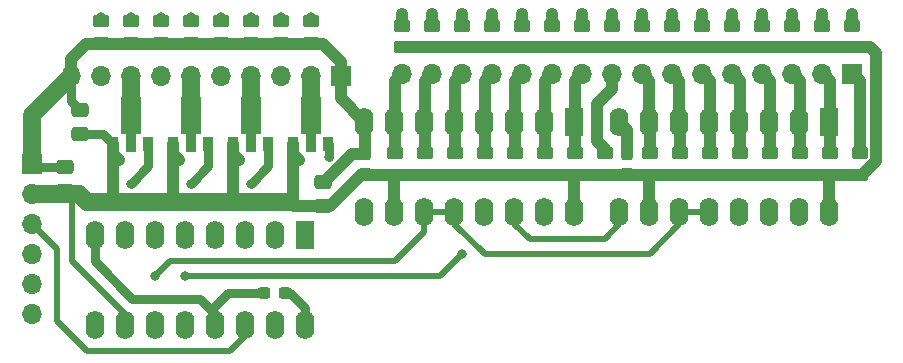
<source format=gbr>
%TF.GenerationSoftware,KiCad,Pcbnew,(7.0.0)*%
%TF.CreationDate,2023-09-21T15:04:23+02:00*%
%TF.ProjectId,hall_sensor_matrix_v2,68616c6c-5f73-4656-9e73-6f725f6d6174,rev?*%
%TF.SameCoordinates,Original*%
%TF.FileFunction,Copper,L2,Bot*%
%TF.FilePolarity,Positive*%
%FSLAX46Y46*%
G04 Gerber Fmt 4.6, Leading zero omitted, Abs format (unit mm)*
G04 Created by KiCad (PCBNEW (7.0.0)) date 2023-09-21 15:04:23*
%MOMM*%
%LPD*%
G01*
G04 APERTURE LIST*
G04 Aperture macros list*
%AMRoundRect*
0 Rectangle with rounded corners*
0 $1 Rounding radius*
0 $2 $3 $4 $5 $6 $7 $8 $9 X,Y pos of 4 corners*
0 Add a 4 corners polygon primitive as box body*
4,1,4,$2,$3,$4,$5,$6,$7,$8,$9,$2,$3,0*
0 Add four circle primitives for the rounded corners*
1,1,$1+$1,$2,$3*
1,1,$1+$1,$4,$5*
1,1,$1+$1,$6,$7*
1,1,$1+$1,$8,$9*
0 Add four rect primitives between the rounded corners*
20,1,$1+$1,$2,$3,$4,$5,0*
20,1,$1+$1,$4,$5,$6,$7,0*
20,1,$1+$1,$6,$7,$8,$9,0*
20,1,$1+$1,$8,$9,$2,$3,0*%
%AMFreePoly0*
4,1,9,3.862500,-0.866500,0.737500,-0.866500,0.737500,-0.450000,-0.737500,-0.450000,-0.737500,0.450000,0.737500,0.450000,0.737500,0.866500,3.862500,0.866500,3.862500,-0.866500,3.862500,-0.866500,$1*%
G04 Aperture macros list end*
%TA.AperFunction,ComponentPad*%
%ADD10R,1.600000X2.400000*%
%TD*%
%TA.AperFunction,ComponentPad*%
%ADD11O,1.600000X2.400000*%
%TD*%
%TA.AperFunction,ComponentPad*%
%ADD12R,1.700000X1.700000*%
%TD*%
%TA.AperFunction,ComponentPad*%
%ADD13O,1.700000X1.700000*%
%TD*%
%TA.AperFunction,SMDPad,CuDef*%
%ADD14RoundRect,0.237500X0.237500X-0.300000X0.237500X0.300000X-0.237500X0.300000X-0.237500X-0.300000X0*%
%TD*%
%TA.AperFunction,SMDPad,CuDef*%
%ADD15RoundRect,0.250000X0.450000X-0.262500X0.450000X0.262500X-0.450000X0.262500X-0.450000X-0.262500X0*%
%TD*%
%TA.AperFunction,SMDPad,CuDef*%
%ADD16RoundRect,0.250000X-0.450000X0.262500X-0.450000X-0.262500X0.450000X-0.262500X0.450000X0.262500X0*%
%TD*%
%TA.AperFunction,SMDPad,CuDef*%
%ADD17RoundRect,0.250000X0.475000X-0.337500X0.475000X0.337500X-0.475000X0.337500X-0.475000X-0.337500X0*%
%TD*%
%TA.AperFunction,SMDPad,CuDef*%
%ADD18R,0.900000X1.300000*%
%TD*%
%TA.AperFunction,SMDPad,CuDef*%
%ADD19FreePoly0,90.000000*%
%TD*%
%TA.AperFunction,SMDPad,CuDef*%
%ADD20RoundRect,0.237500X0.300000X0.237500X-0.300000X0.237500X-0.300000X-0.237500X0.300000X-0.237500X0*%
%TD*%
%TA.AperFunction,ViaPad*%
%ADD21C,0.800000*%
%TD*%
%TA.AperFunction,Conductor*%
%ADD22C,1.000000*%
%TD*%
%TA.AperFunction,Conductor*%
%ADD23C,0.500000*%
%TD*%
%TA.AperFunction,Conductor*%
%ADD24C,0.800000*%
%TD*%
%TA.AperFunction,Conductor*%
%ADD25C,1.500000*%
%TD*%
G04 APERTURE END LIST*
D10*
%TO.P,U1,1,QB*%
%TO.N,/d_C1*%
X98199999Y-105931499D03*
D11*
%TO.P,U1,2,QC*%
%TO.N,/d_C2*%
X95659999Y-105931499D03*
%TO.P,U1,3,QD*%
%TO.N,/d_C3*%
X93119999Y-105931499D03*
%TO.P,U1,4,QE*%
%TO.N,/d_C4*%
X90579999Y-105931499D03*
%TO.P,U1,5,QF*%
%TO.N,/d_C5*%
X88039999Y-105931499D03*
%TO.P,U1,6,QG*%
%TO.N,/d_C6*%
X85499999Y-105931499D03*
%TO.P,U1,7,QH*%
%TO.N,/d_C7*%
X82959999Y-105931499D03*
%TO.P,U1,8,GND*%
%TO.N,GND*%
X80419999Y-105931499D03*
%TO.P,U1,9,QHser*%
%TO.N,/Din_o*%
X80419999Y-113551499D03*
%TO.P,U1,10,~{SCLR}*%
%TO.N,+5V*%
X82959999Y-113551499D03*
%TO.P,U1,11,SCLK*%
%TO.N,/CLK*%
X85499999Y-113551499D03*
%TO.P,U1,12,RCLK*%
%TO.N,/Latch*%
X88039999Y-113551499D03*
%TO.P,U1,13,~{G}*%
%TO.N,GND*%
X90579999Y-113551499D03*
%TO.P,U1,14,SER*%
%TO.N,/Din*%
X93119999Y-113551499D03*
%TO.P,U1,15,QA*%
%TO.N,/d_C0*%
X95659999Y-113551499D03*
%TO.P,U1,16,VCC*%
%TO.N,+5V*%
X98199999Y-113551499D03*
%TD*%
D12*
%TO.P,J3,1,Pin_1*%
%TO.N,/R0*%
X144554999Y-92299999D03*
D13*
%TO.P,J3,2,Pin_2*%
%TO.N,/R1*%
X142014999Y-92299999D03*
%TO.P,J3,3,Pin_3*%
%TO.N,/R2*%
X139474999Y-92299999D03*
%TO.P,J3,4,Pin_4*%
%TO.N,/R3*%
X136934999Y-92299999D03*
%TO.P,J3,5,Pin_5*%
%TO.N,/R4*%
X134394999Y-92299999D03*
%TO.P,J3,6,Pin_6*%
%TO.N,/R5*%
X131854999Y-92299999D03*
%TO.P,J3,7,Pin_7*%
%TO.N,/R6*%
X129314999Y-92299999D03*
%TO.P,J3,8,Pin_8*%
%TO.N,/R7*%
X126774999Y-92299999D03*
%TO.P,J3,9,Pin_9*%
%TO.N,/R8*%
X124234999Y-92299999D03*
%TO.P,J3,10,Pin_10*%
%TO.N,/R9*%
X121694999Y-92299999D03*
%TO.P,J3,11,Pin_11*%
%TO.N,/R10*%
X119154999Y-92299999D03*
%TO.P,J3,12,Pin_12*%
%TO.N,/R11*%
X116614999Y-92299999D03*
%TO.P,J3,13,Pin_13*%
%TO.N,/R12*%
X114074999Y-92299999D03*
%TO.P,J3,14,Pin_14*%
%TO.N,/R13*%
X111534999Y-92299999D03*
%TO.P,J3,15,Pin_15*%
%TO.N,/R14*%
X108994999Y-92299999D03*
%TO.P,J3,16,Pin_16*%
%TO.N,/R15*%
X106454999Y-92299999D03*
%TD*%
D10*
%TO.P,U3,1,B*%
%TO.N,/R9*%
X121044999Y-96363999D03*
D11*
%TO.P,U3,2,C*%
%TO.N,/R10*%
X118504999Y-96363999D03*
%TO.P,U3,3,D*%
%TO.N,/R11*%
X115964999Y-96363999D03*
%TO.P,U3,4,E*%
%TO.N,/R12*%
X113424999Y-96363999D03*
%TO.P,U3,5,F*%
%TO.N,/R13*%
X110884999Y-96363999D03*
%TO.P,U3,6,G*%
%TO.N,/R14*%
X108344999Y-96363999D03*
%TO.P,U3,7,H*%
%TO.N,/R15*%
X105804999Y-96363999D03*
%TO.P,U3,8,GND*%
%TO.N,GND*%
X103264999Y-96363999D03*
%TO.P,U3,9,QH*%
%TO.N,/Dout*%
X103264999Y-103983999D03*
%TO.P,U3,10,~{R}*%
%TO.N,+5V*%
X105804999Y-103983999D03*
%TO.P,U3,11,SCK*%
%TO.N,/CLK*%
X108344999Y-103983999D03*
%TO.P,U3,12,CLK*%
X110884999Y-103983999D03*
%TO.P,U3,13,~{SLoad}*%
%TO.N,/Latch*%
X113424999Y-103983999D03*
%TO.P,U3,14,SER*%
%TO.N,/Dout_1*%
X115964999Y-103983999D03*
%TO.P,U3,15,A*%
%TO.N,/R8*%
X118504999Y-103983999D03*
%TO.P,U3,16,VCC*%
%TO.N,+5V*%
X121044999Y-103983999D03*
%TD*%
D10*
%TO.P,U2,1,B*%
%TO.N,/R1*%
X142634999Y-96363999D03*
D11*
%TO.P,U2,2,C*%
%TO.N,/R2*%
X140094999Y-96363999D03*
%TO.P,U2,3,D*%
%TO.N,/R3*%
X137554999Y-96363999D03*
%TO.P,U2,4,E*%
%TO.N,/R4*%
X135014999Y-96363999D03*
%TO.P,U2,5,F*%
%TO.N,/R5*%
X132474999Y-96363999D03*
%TO.P,U2,6,G*%
%TO.N,/R6*%
X129934999Y-96363999D03*
%TO.P,U2,7,H*%
%TO.N,/R7*%
X127394999Y-96363999D03*
%TO.P,U2,8,GND*%
%TO.N,GND*%
X124854999Y-96363999D03*
%TO.P,U2,9,QH*%
%TO.N,/Dout_1*%
X124854999Y-103983999D03*
%TO.P,U2,10,~{R}*%
%TO.N,+5V*%
X127394999Y-103983999D03*
%TO.P,U2,11,SCK*%
%TO.N,/CLK*%
X129934999Y-103983999D03*
%TO.P,U2,12,CLK*%
X132474999Y-103983999D03*
%TO.P,U2,13,~{SLoad}*%
%TO.N,/Latch*%
X135014999Y-103983999D03*
%TO.P,U2,14,SER*%
%TO.N,GND*%
X137554999Y-103983999D03*
%TO.P,U2,15,A*%
%TO.N,/R0*%
X140094999Y-103983999D03*
%TO.P,U2,16,VCC*%
%TO.N,+5V*%
X142634999Y-103983999D03*
%TD*%
D12*
%TO.P,J1,1,Pin_1*%
%TO.N,GND*%
X75085999Y-99919999D03*
D13*
%TO.P,J1,2,Pin_2*%
%TO.N,+5V*%
X75085999Y-102459999D03*
%TO.P,J1,3,Pin_3*%
%TO.N,/Din*%
X75085999Y-104999999D03*
%TO.P,J1,4,Pin_4*%
%TO.N,/Latch*%
X75085999Y-107539999D03*
%TO.P,J1,5,Pin_5*%
%TO.N,/CLK*%
X75085999Y-110079999D03*
%TO.P,J1,6,Pin_6*%
%TO.N,/Dout*%
X75085999Y-112619999D03*
%TD*%
D12*
%TO.P,J2,1,Pin_1*%
%TO.N,GND*%
X101247999Y-92469499D03*
D13*
%TO.P,J2,2,Pin_2*%
%TO.N,/C0*%
X98707999Y-92469499D03*
%TO.P,J2,3,Pin_3*%
%TO.N,/C1*%
X96167999Y-92469499D03*
%TO.P,J2,4,Pin_4*%
%TO.N,/C2*%
X93627999Y-92469499D03*
%TO.P,J2,5,Pin_5*%
%TO.N,/C3*%
X91087999Y-92469499D03*
%TO.P,J2,6,Pin_6*%
%TO.N,/C4*%
X88547999Y-92469499D03*
%TO.P,J2,7,Pin_7*%
%TO.N,/C5*%
X86007999Y-92469499D03*
%TO.P,J2,8,Pin_8*%
%TO.N,/C6*%
X83467999Y-92469499D03*
%TO.P,J2,9,Pin_9*%
%TO.N,/C7*%
X80927999Y-92469499D03*
%TO.P,J2,10,Pin_10*%
%TO.N,GND*%
X78387999Y-92469499D03*
%TD*%
D14*
%TO.P,C1,1*%
%TO.N,+5V*%
X103280000Y-100782500D03*
%TO.P,C1,2*%
%TO.N,GND*%
X103280000Y-99057500D03*
%TD*%
D15*
%TO.P,R20,1*%
%TO.N,+5V*%
X137570000Y-100832500D03*
%TO.P,R20,2*%
%TO.N,/R3*%
X137570000Y-99007500D03*
%TD*%
%TO.P,R43,1*%
%TO.N,+5V*%
X119155000Y-90037500D03*
%TO.P,R43,2*%
%TO.N,Net-(D19-A)*%
X119155000Y-88212500D03*
%TD*%
D16*
%TO.P,R11,1*%
%TO.N,Net-(D6-K)*%
X86008000Y-87847500D03*
%TO.P,R11,2*%
%TO.N,GND*%
X86008000Y-89672500D03*
%TD*%
D15*
%TO.P,R39,1*%
%TO.N,+5V*%
X129315000Y-90037500D03*
%TO.P,R39,2*%
%TO.N,Net-(D15-A)*%
X129315000Y-88212500D03*
%TD*%
%TO.P,R46,1*%
%TO.N,+5V*%
X111570000Y-90037500D03*
%TO.P,R46,2*%
%TO.N,Net-(D22-A)*%
X111570000Y-88212500D03*
%TD*%
D17*
%TO.P,C2,1*%
%TO.N,+5V*%
X77880000Y-102227500D03*
%TO.P,C2,2*%
%TO.N,GND*%
X77880000Y-100152500D03*
%TD*%
D15*
%TO.P,R29,1*%
%TO.N,+5V*%
X113440000Y-100832500D03*
%TO.P,R29,2*%
%TO.N,/R12*%
X113440000Y-99007500D03*
%TD*%
D16*
%TO.P,R3,1*%
%TO.N,Net-(D2-K)*%
X96168000Y-87847500D03*
%TO.P,R3,2*%
%TO.N,GND*%
X96168000Y-89672500D03*
%TD*%
D15*
%TO.P,R48,1*%
%TO.N,+5V*%
X106455000Y-90037500D03*
%TO.P,R48,2*%
%TO.N,Net-(D24-A)*%
X106455000Y-88212500D03*
%TD*%
D16*
%TO.P,R7,1*%
%TO.N,Net-(D4-K)*%
X91088000Y-87847500D03*
%TO.P,R7,2*%
%TO.N,GND*%
X91088000Y-89672500D03*
%TD*%
D15*
%TO.P,R42,1*%
%TO.N,+5V*%
X121695000Y-90037500D03*
%TO.P,R42,2*%
%TO.N,Net-(D18-A)*%
X121695000Y-88212500D03*
%TD*%
%TO.P,R33,1*%
%TO.N,+5V*%
X144555000Y-90037500D03*
%TO.P,R33,2*%
%TO.N,Net-(D9-A)*%
X144555000Y-88212500D03*
%TD*%
%TO.P,R18,1*%
%TO.N,+5V*%
X142650000Y-100832500D03*
%TO.P,R18,2*%
%TO.N,/R1*%
X142650000Y-99007500D03*
%TD*%
%TO.P,R24,1*%
%TO.N,+5V*%
X127410000Y-100832500D03*
%TO.P,R24,2*%
%TO.N,/R7*%
X127410000Y-99007500D03*
%TD*%
%TO.P,R40,1*%
%TO.N,+5V*%
X126775000Y-90037500D03*
%TO.P,R40,2*%
%TO.N,Net-(D16-A)*%
X126775000Y-88212500D03*
%TD*%
%TO.P,R37,1*%
%TO.N,+5V*%
X134395000Y-90037500D03*
%TO.P,R37,2*%
%TO.N,Net-(D13-A)*%
X134395000Y-88212500D03*
%TD*%
%TO.P,R22,1*%
%TO.N,+5V*%
X132490000Y-100832500D03*
%TO.P,R22,2*%
%TO.N,/R5*%
X132490000Y-99007500D03*
%TD*%
D14*
%TO.P,C5,1*%
%TO.N,+5V*%
X125505000Y-100782500D03*
%TO.P,C5,2*%
%TO.N,GND*%
X125505000Y-99057500D03*
%TD*%
D15*
%TO.P,R25,1*%
%TO.N,+5V*%
X123600000Y-100832500D03*
%TO.P,R25,2*%
%TO.N,/R8*%
X123600000Y-99007500D03*
%TD*%
%TO.P,R32,1*%
%TO.N,+5V*%
X105820000Y-100832500D03*
%TO.P,R32,2*%
%TO.N,/R15*%
X105820000Y-99007500D03*
%TD*%
%TO.P,R23,1*%
%TO.N,+5V*%
X129950000Y-100832500D03*
%TO.P,R23,2*%
%TO.N,/R6*%
X129950000Y-99007500D03*
%TD*%
%TO.P,R45,1*%
%TO.N,+5V*%
X114110000Y-90037500D03*
%TO.P,R45,2*%
%TO.N,Net-(D21-A)*%
X114110000Y-88212500D03*
%TD*%
%TO.P,R34,1*%
%TO.N,+5V*%
X142015000Y-90037500D03*
%TO.P,R34,2*%
%TO.N,Net-(D10-A)*%
X142015000Y-88212500D03*
%TD*%
D18*
%TO.P,Q1,1,G*%
%TO.N,Net-(Q1-G)*%
X100207999Y-98229499D03*
D19*
%TO.P,Q1,2,D*%
%TO.N,/C0*%
X98708000Y-98142000D03*
D18*
%TO.P,Q1,3,S*%
%TO.N,+5V*%
X97207999Y-98229499D03*
%TD*%
D15*
%TO.P,R19,1*%
%TO.N,+5V*%
X140110000Y-100832500D03*
%TO.P,R19,2*%
%TO.N,/R2*%
X140110000Y-99007500D03*
%TD*%
D18*
%TO.P,Q3,1,G*%
%TO.N,Net-(Q3-G)*%
X95127999Y-98229499D03*
D19*
%TO.P,Q3,2,D*%
%TO.N,/C2*%
X93628000Y-98142000D03*
D18*
%TO.P,Q3,3,S*%
%TO.N,+5V*%
X92127999Y-98229499D03*
%TD*%
D15*
%TO.P,R27,1*%
%TO.N,+5V*%
X118520000Y-100832500D03*
%TO.P,R27,2*%
%TO.N,/R10*%
X118520000Y-99007500D03*
%TD*%
%TO.P,R31,1*%
%TO.N,+5V*%
X108360000Y-100832500D03*
%TO.P,R31,2*%
%TO.N,/R14*%
X108360000Y-99007500D03*
%TD*%
D17*
%TO.P,C4,1*%
%TO.N,+5V*%
X99724000Y-103497500D03*
%TO.P,C4,2*%
%TO.N,GND*%
X99724000Y-101422500D03*
%TD*%
D15*
%TO.P,R47,1*%
%TO.N,+5V*%
X109030000Y-90037500D03*
%TO.P,R47,2*%
%TO.N,Net-(D23-A)*%
X109030000Y-88212500D03*
%TD*%
%TO.P,R17,1*%
%TO.N,+5V*%
X145190000Y-100832500D03*
%TO.P,R17,2*%
%TO.N,/R0*%
X145190000Y-99007500D03*
%TD*%
D16*
%TO.P,R13,1*%
%TO.N,Net-(D7-K)*%
X83468000Y-87847500D03*
%TO.P,R13,2*%
%TO.N,GND*%
X83468000Y-89672500D03*
%TD*%
D15*
%TO.P,R38,1*%
%TO.N,+5V*%
X131855000Y-90037500D03*
%TO.P,R38,2*%
%TO.N,Net-(D14-A)*%
X131855000Y-88212500D03*
%TD*%
D16*
%TO.P,R1,1*%
%TO.N,Net-(D1-K)*%
X98708000Y-87847500D03*
%TO.P,R1,2*%
%TO.N,GND*%
X98708000Y-89672500D03*
%TD*%
D18*
%TO.P,Q7,1,G*%
%TO.N,Net-(Q7-G)*%
X84967999Y-98229499D03*
D19*
%TO.P,Q7,2,D*%
%TO.N,/C6*%
X83468000Y-98142000D03*
D18*
%TO.P,Q7,3,S*%
%TO.N,+5V*%
X81967999Y-98229499D03*
%TD*%
D15*
%TO.P,R44,1*%
%TO.N,+5V*%
X116615000Y-90037500D03*
%TO.P,R44,2*%
%TO.N,Net-(D20-A)*%
X116615000Y-88212500D03*
%TD*%
%TO.P,R30,1*%
%TO.N,+5V*%
X110900000Y-100832500D03*
%TO.P,R30,2*%
%TO.N,/R13*%
X110900000Y-99007500D03*
%TD*%
%TO.P,R26,1*%
%TO.N,+5V*%
X121060000Y-100832500D03*
%TO.P,R26,2*%
%TO.N,/R9*%
X121060000Y-99007500D03*
%TD*%
D16*
%TO.P,R5,1*%
%TO.N,Net-(D3-K)*%
X93628000Y-87847500D03*
%TO.P,R5,2*%
%TO.N,GND*%
X93628000Y-89672500D03*
%TD*%
D15*
%TO.P,R41,1*%
%TO.N,+5V*%
X124235000Y-90037500D03*
%TO.P,R41,2*%
%TO.N,Net-(D17-A)*%
X124235000Y-88212500D03*
%TD*%
D17*
%TO.P,C6,1*%
%TO.N,+5V*%
X79150000Y-97401500D03*
%TO.P,C6,2*%
%TO.N,GND*%
X79150000Y-95326500D03*
%TD*%
D18*
%TO.P,Q5,1,G*%
%TO.N,Net-(Q5-G)*%
X90047999Y-98229499D03*
D19*
%TO.P,Q5,2,D*%
%TO.N,/C4*%
X88548000Y-98142000D03*
D18*
%TO.P,Q5,3,S*%
%TO.N,+5V*%
X87047999Y-98229499D03*
%TD*%
D20*
%TO.P,C3,1*%
%TO.N,+5V*%
X96522500Y-110842000D03*
%TO.P,C3,2*%
%TO.N,GND*%
X94797500Y-110842000D03*
%TD*%
D15*
%TO.P,R35,1*%
%TO.N,+5V*%
X139475000Y-90037500D03*
%TO.P,R35,2*%
%TO.N,Net-(D11-A)*%
X139475000Y-88212500D03*
%TD*%
%TO.P,R21,1*%
%TO.N,+5V*%
X135030000Y-100832500D03*
%TO.P,R21,2*%
%TO.N,/R4*%
X135030000Y-99007500D03*
%TD*%
%TO.P,R36,1*%
%TO.N,+5V*%
X136935000Y-90037500D03*
%TO.P,R36,2*%
%TO.N,Net-(D12-A)*%
X136935000Y-88212500D03*
%TD*%
D16*
%TO.P,R9,1*%
%TO.N,Net-(D5-K)*%
X88548000Y-87847500D03*
%TO.P,R9,2*%
%TO.N,GND*%
X88548000Y-89672500D03*
%TD*%
%TO.P,R15,1*%
%TO.N,Net-(D8-K)*%
X80928000Y-87847500D03*
%TO.P,R15,2*%
%TO.N,GND*%
X80928000Y-89672500D03*
%TD*%
D15*
%TO.P,R28,1*%
%TO.N,+5V*%
X115980000Y-100832500D03*
%TO.P,R28,2*%
%TO.N,/R11*%
X115980000Y-99007500D03*
%TD*%
D21*
%TO.N,+5V*%
X92612000Y-99581500D03*
X97692000Y-99581500D03*
X87532000Y-99581500D03*
X82452000Y-99581500D03*
X101375000Y-102460000D03*
%TO.N,Net-(D1-K)*%
X98708000Y-87474000D03*
%TO.N,Net-(D2-K)*%
X96168000Y-87474000D03*
%TO.N,Net-(D3-K)*%
X93628000Y-87474000D03*
%TO.N,Net-(D4-K)*%
X91088000Y-87474000D03*
%TO.N,Net-(D5-K)*%
X88548000Y-87474000D03*
%TO.N,Net-(D6-K)*%
X86008000Y-87474000D03*
%TO.N,Net-(D7-K)*%
X83468000Y-87474000D03*
%TO.N,Net-(D8-K)*%
X80928000Y-87474000D03*
%TO.N,/Latch*%
X111535000Y-107540000D03*
X88040000Y-109445000D03*
%TO.N,/CLK*%
X85500000Y-109445000D03*
%TO.N,/R8*%
X123600000Y-98650000D03*
%TO.N,Net-(Q1-G)*%
X100232000Y-99327500D03*
%TO.N,Net-(Q3-G)*%
X93628000Y-101613500D03*
%TO.N,Net-(Q5-G)*%
X88548000Y-101613500D03*
%TO.N,Net-(Q7-G)*%
X83468000Y-101613500D03*
%TO.N,Net-(D9-A)*%
X144555000Y-87220000D03*
%TO.N,Net-(D10-A)*%
X142015000Y-87220000D03*
%TO.N,Net-(D11-A)*%
X139475000Y-87220000D03*
%TO.N,Net-(D12-A)*%
X136935000Y-87220000D03*
%TO.N,Net-(D13-A)*%
X134395000Y-87220000D03*
%TO.N,Net-(D14-A)*%
X131855000Y-87220000D03*
%TO.N,Net-(D15-A)*%
X129315000Y-87220000D03*
%TO.N,Net-(D16-A)*%
X126775000Y-87220000D03*
%TO.N,Net-(D17-A)*%
X124235000Y-87220000D03*
%TO.N,Net-(D18-A)*%
X121695000Y-87220000D03*
%TO.N,Net-(D19-A)*%
X119155000Y-87220000D03*
%TO.N,Net-(D20-A)*%
X116615000Y-87220000D03*
%TO.N,Net-(D21-A)*%
X114075000Y-87220000D03*
%TO.N,Net-(D22-A)*%
X111535000Y-87220000D03*
%TO.N,Net-(D23-A)*%
X108995000Y-87220000D03*
%TO.N,Net-(D24-A)*%
X106455000Y-87220000D03*
%TD*%
D22*
%TO.N,+5V*%
X144555000Y-90037500D02*
X146102500Y-90037500D01*
X97290000Y-103497500D02*
X96930000Y-103137500D01*
X105820000Y-100832500D02*
X142650000Y-100832500D01*
X100337500Y-103497500D02*
X101375000Y-102460000D01*
X127395000Y-103984000D02*
X127395000Y-100847500D01*
X87048000Y-98229500D02*
X87048000Y-103113500D01*
D23*
X82960000Y-113551500D02*
X82960000Y-112620000D01*
D22*
X99724000Y-103497500D02*
X97290000Y-103497500D01*
X121045000Y-100847500D02*
X121060000Y-100832500D01*
X92128000Y-98229500D02*
X92128000Y-102907500D01*
D23*
X78515000Y-108175000D02*
X78515000Y-102460000D01*
D24*
X79150000Y-97401500D02*
X81140000Y-97401500D01*
D22*
X146590000Y-90525000D02*
X146590000Y-99663503D01*
X146102500Y-90037500D02*
X146590000Y-90525000D01*
D25*
X92358000Y-103137500D02*
X96930000Y-103137500D01*
D22*
X97208000Y-98229500D02*
X97208000Y-99097500D01*
X92128000Y-102907500D02*
X92358000Y-103137500D01*
X87048000Y-98229500D02*
X87048000Y-99097500D01*
D25*
X75086000Y-102460000D02*
X78515000Y-102460000D01*
D24*
X96930000Y-110842000D02*
X98200000Y-112112000D01*
D22*
X142635000Y-100847500D02*
X142650000Y-100832500D01*
X81968000Y-99097500D02*
X82452000Y-99581500D01*
D25*
X81944000Y-103137500D02*
X87024000Y-103137500D01*
D22*
X144555000Y-90037500D02*
X106455000Y-90037500D01*
X97208000Y-102859500D02*
X96930000Y-103137500D01*
D25*
X79065000Y-102460000D02*
X79742500Y-103137500D01*
X79742500Y-103137500D02*
X81944000Y-103137500D01*
D22*
X97208000Y-99097500D02*
X97692000Y-99581500D01*
X105805000Y-100847500D02*
X105820000Y-100832500D01*
X81968000Y-98229500D02*
X81968000Y-99097500D01*
D24*
X98200000Y-112112000D02*
X98200000Y-113551500D01*
D22*
X105805000Y-103984000D02*
X105805000Y-100847500D01*
X97208000Y-98229500D02*
X97208000Y-102859500D01*
X81968000Y-98229500D02*
X81968000Y-103113500D01*
D25*
X78515000Y-102460000D02*
X79065000Y-102460000D01*
D22*
X145421003Y-100832500D02*
X145190000Y-100832500D01*
X87048000Y-99097500D02*
X87532000Y-99581500D01*
X92128000Y-99097500D02*
X92612000Y-99581500D01*
X99724000Y-103497500D02*
X100337500Y-103497500D01*
X103052500Y-100782500D02*
X103280000Y-100782500D01*
D23*
X82960000Y-112620000D02*
X78515000Y-108175000D01*
D22*
X142650000Y-100832500D02*
X145190000Y-100832500D01*
X101375000Y-102460000D02*
X103052500Y-100782500D01*
X142635000Y-103984000D02*
X142635000Y-100847500D01*
X103330000Y-100832500D02*
X103280000Y-100782500D01*
D25*
X87024000Y-103137500D02*
X92358000Y-103137500D01*
D22*
X127395000Y-100847500D02*
X127410000Y-100832500D01*
X105820000Y-100832500D02*
X103330000Y-100832500D01*
X146590000Y-99663503D02*
X145421003Y-100832500D01*
D24*
X81140000Y-97401500D02*
X81968000Y-98229500D01*
D22*
X121045000Y-103984000D02*
X121045000Y-100847500D01*
X92128000Y-98229500D02*
X92128000Y-99097500D01*
D24*
X96697500Y-110842000D02*
X96930000Y-110842000D01*
D22*
X81968000Y-103113500D02*
X81944000Y-103137500D01*
X87048000Y-103113500D02*
X87024000Y-103137500D01*
%TO.N,GND*%
X103280000Y-96379000D02*
X103265000Y-96364000D01*
X101248000Y-92469500D02*
X101248000Y-94347000D01*
D24*
X90580000Y-113551500D02*
X90580000Y-112620000D01*
X75318500Y-100152500D02*
X75086000Y-99920000D01*
D22*
X78388000Y-91030000D02*
X78388000Y-92469500D01*
D25*
X75086000Y-95771500D02*
X78388000Y-92469500D01*
D24*
X78388000Y-92469500D02*
X78388000Y-94564500D01*
D22*
X79658000Y-89760000D02*
X78388000Y-91030000D01*
X125505000Y-99057500D02*
X125505000Y-97014000D01*
D24*
X78388000Y-94564500D02*
X79150000Y-95326500D01*
D22*
X98708000Y-89760000D02*
X80928000Y-89760000D01*
X99872500Y-101422500D02*
X102237500Y-99057500D01*
X103280000Y-99057500D02*
X103280000Y-96379000D01*
X80928000Y-89760000D02*
X79658000Y-89760000D01*
X99724000Y-89760000D02*
X101248000Y-91284000D01*
D24*
X91723000Y-110842000D02*
X90262500Y-112302500D01*
X83595000Y-111350000D02*
X80420000Y-108175000D01*
D22*
X101248000Y-91284000D02*
X101248000Y-92469500D01*
X101248000Y-94347000D02*
X103265000Y-96364000D01*
D24*
X90262500Y-112302500D02*
X89310000Y-111350000D01*
X80420000Y-108175000D02*
X80420000Y-105931500D01*
D22*
X102237500Y-99057500D02*
X103280000Y-99057500D01*
X98708000Y-89760000D02*
X99724000Y-89760000D01*
D24*
X94797500Y-110842000D02*
X91723000Y-110842000D01*
X77880000Y-100152500D02*
X75318500Y-100152500D01*
D22*
X99724000Y-101422500D02*
X99872500Y-101422500D01*
D24*
X90580000Y-112620000D02*
X90262500Y-112302500D01*
X89310000Y-111350000D02*
X83595000Y-111350000D01*
D22*
X125505000Y-97014000D02*
X124855000Y-96364000D01*
D25*
X75086000Y-99920000D02*
X75086000Y-95771500D01*
%TO.N,/C0*%
X98713000Y-92469500D02*
X98713000Y-94242500D01*
%TO.N,/C2*%
X93633000Y-92469500D02*
X93633000Y-94242500D01*
%TO.N,/C4*%
X88553000Y-92469500D02*
X88553000Y-94242500D01*
%TO.N,/C6*%
X83473000Y-92469500D02*
X83473000Y-94242500D01*
D23*
%TO.N,/Din*%
X77245000Y-107159000D02*
X77245000Y-113255000D01*
X79785000Y-115795000D02*
X91850000Y-115795000D01*
X93120000Y-114525000D02*
X93120000Y-113551500D01*
X91850000Y-115795000D02*
X93120000Y-114525000D01*
X77245000Y-113255000D02*
X79785000Y-115795000D01*
X75086000Y-105000000D02*
X77245000Y-107159000D01*
%TO.N,/Latch*%
X90580000Y-109445000D02*
X109630000Y-109445000D01*
X90580000Y-109445000D02*
X88040000Y-109445000D01*
X109630000Y-109445000D02*
X111535000Y-107540000D01*
%TO.N,/CLK*%
X108345000Y-105650000D02*
X108345000Y-103984000D01*
X129935000Y-103984000D02*
X132475000Y-103984000D01*
X105820000Y-108175000D02*
X108345000Y-105650000D01*
X108345000Y-103984000D02*
X110885000Y-103984000D01*
X85500000Y-109445000D02*
X86770000Y-108175000D01*
X110885000Y-104985000D02*
X113440000Y-107540000D01*
X110885000Y-103984000D02*
X110885000Y-104985000D01*
X113440000Y-107540000D02*
X127410000Y-107540000D01*
X86770000Y-108175000D02*
X105820000Y-108175000D01*
X127410000Y-107540000D02*
X129935000Y-105015000D01*
X129935000Y-105015000D02*
X129935000Y-103984000D01*
D22*
%TO.N,/R0*%
X145190000Y-99007500D02*
X145190000Y-92935000D01*
X145190000Y-92935000D02*
X144555000Y-92300000D01*
%TO.N,/R1*%
X142650000Y-99007500D02*
X142650000Y-92935000D01*
X142650000Y-92935000D02*
X142015000Y-92300000D01*
%TO.N,/R2*%
X140110000Y-99007500D02*
X140110000Y-92935000D01*
X140110000Y-92935000D02*
X139475000Y-92300000D01*
%TO.N,/R3*%
X137570000Y-92935000D02*
X136935000Y-92300000D01*
X137570000Y-99007500D02*
X137570000Y-92935000D01*
%TO.N,/R4*%
X135030000Y-92935000D02*
X134395000Y-92300000D01*
X135030000Y-99007500D02*
X135030000Y-92935000D01*
%TO.N,/R5*%
X132490000Y-92935000D02*
X131855000Y-92300000D01*
X132490000Y-99007500D02*
X132490000Y-92935000D01*
%TO.N,/R6*%
X129935000Y-92920000D02*
X129315000Y-92300000D01*
X129935000Y-96364000D02*
X129935000Y-92920000D01*
X129950000Y-99007500D02*
X129950000Y-96379000D01*
X129950000Y-96379000D02*
X129935000Y-96364000D01*
%TO.N,/R7*%
X127410000Y-96379000D02*
X127395000Y-96364000D01*
X127410000Y-99007500D02*
X127410000Y-96379000D01*
X127395000Y-96364000D02*
X127395000Y-92920000D01*
X127395000Y-92920000D02*
X126775000Y-92300000D01*
%TO.N,/R8*%
X122965000Y-94840000D02*
X124235000Y-93570000D01*
X123600000Y-98650000D02*
X122965000Y-98015000D01*
X122965000Y-98015000D02*
X122965000Y-94840000D01*
X124235000Y-93570000D02*
X124235000Y-92300000D01*
%TO.N,/R9*%
X121060000Y-92935000D02*
X121695000Y-92300000D01*
X121060000Y-99007500D02*
X121060000Y-92935000D01*
%TO.N,/R10*%
X118520000Y-92935000D02*
X119155000Y-92300000D01*
X118520000Y-99007500D02*
X118520000Y-92935000D01*
%TO.N,/R11*%
X115980000Y-99007500D02*
X115980000Y-92935000D01*
X115980000Y-92935000D02*
X116615000Y-92300000D01*
%TO.N,/R12*%
X113440000Y-92935000D02*
X114075000Y-92300000D01*
X113440000Y-99007500D02*
X113440000Y-92935000D01*
%TO.N,/R13*%
X110900000Y-92935000D02*
X111535000Y-92300000D01*
X110900000Y-99007500D02*
X110900000Y-92935000D01*
%TO.N,/R14*%
X108360000Y-92935000D02*
X108995000Y-92300000D01*
X108360000Y-99007500D02*
X108360000Y-92935000D01*
%TO.N,/R15*%
X105820000Y-92935000D02*
X106455000Y-92300000D01*
X105820000Y-99007500D02*
X105820000Y-92935000D01*
D24*
%TO.N,Net-(Q1-G)*%
X100232000Y-99327500D02*
X100232000Y-98253500D01*
X100232000Y-98253500D02*
X100208000Y-98229500D01*
%TO.N,Net-(Q3-G)*%
X95128000Y-98229500D02*
X95128000Y-100113500D01*
X95128000Y-100113500D02*
X93628000Y-101613500D01*
%TO.N,Net-(Q5-G)*%
X90048000Y-98229500D02*
X90048000Y-100113500D01*
X88548000Y-101613500D02*
X90048000Y-100113500D01*
%TO.N,Net-(Q7-G)*%
X84968000Y-98229500D02*
X84968000Y-100113500D01*
X84968000Y-100113500D02*
X83468000Y-101613500D01*
D23*
%TO.N,/Dout_1*%
X117250000Y-106270000D02*
X115965000Y-104985000D01*
X115965000Y-104985000D02*
X115965000Y-103984000D01*
X124855000Y-105015000D02*
X123600000Y-106270000D01*
X123600000Y-106270000D02*
X117250000Y-106270000D01*
X124855000Y-103984000D02*
X124855000Y-105015000D01*
D22*
%TO.N,Net-(D9-A)*%
X144555000Y-88212500D02*
X144555000Y-87220000D01*
%TO.N,Net-(D10-A)*%
X142015000Y-88212500D02*
X142015000Y-87220000D01*
%TO.N,Net-(D11-A)*%
X139475000Y-88212500D02*
X139475000Y-87220000D01*
%TO.N,Net-(D12-A)*%
X136935000Y-88212500D02*
X136935000Y-87220000D01*
%TO.N,Net-(D13-A)*%
X134395000Y-88212500D02*
X134395000Y-87220000D01*
%TO.N,Net-(D14-A)*%
X131855000Y-88212500D02*
X131855000Y-87220000D01*
%TO.N,Net-(D15-A)*%
X129315000Y-88212500D02*
X129315000Y-87220000D01*
%TO.N,Net-(D16-A)*%
X126775000Y-88212500D02*
X126775000Y-87220000D01*
%TO.N,Net-(D17-A)*%
X124235000Y-88212500D02*
X124235000Y-87220000D01*
%TO.N,Net-(D18-A)*%
X121695000Y-88212500D02*
X121695000Y-87220000D01*
%TO.N,Net-(D19-A)*%
X119155000Y-88212500D02*
X119155000Y-87220000D01*
%TO.N,Net-(D20-A)*%
X116615000Y-88212500D02*
X116615000Y-87220000D01*
%TO.N,Net-(D21-A)*%
X114110000Y-87255000D02*
X114075000Y-87220000D01*
X114110000Y-88212500D02*
X114110000Y-87255000D01*
%TO.N,Net-(D22-A)*%
X111570000Y-87255000D02*
X111535000Y-87220000D01*
X111570000Y-88212500D02*
X111570000Y-87255000D01*
%TO.N,Net-(D23-A)*%
X109030000Y-88212500D02*
X109030000Y-87255000D01*
X109030000Y-87255000D02*
X108995000Y-87220000D01*
%TO.N,Net-(D24-A)*%
X106455000Y-88212500D02*
X106455000Y-87220000D01*
%TD*%
M02*

</source>
